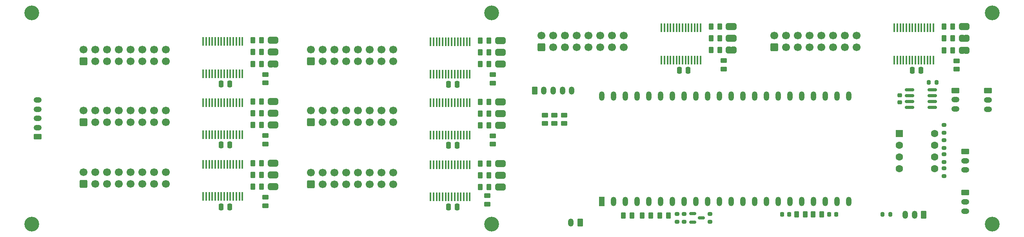
<source format=gbr>
%TF.GenerationSoftware,KiCad,Pcbnew,9.0.6*%
%TF.CreationDate,2026-01-12T10:46:39-05:00*%
%TF.ProjectId,OrganKeyswitchBreakout,4f726761-6e4b-4657-9973-776974636842,rev?*%
%TF.SameCoordinates,Original*%
%TF.FileFunction,Soldermask,Top*%
%TF.FilePolarity,Negative*%
%FSLAX46Y46*%
G04 Gerber Fmt 4.6, Leading zero omitted, Abs format (unit mm)*
G04 Created by KiCad (PCBNEW 9.0.6) date 2026-01-12 10:46:39*
%MOMM*%
%LPD*%
G01*
G04 APERTURE LIST*
G04 Aperture macros list*
%AMRoundRect*
0 Rectangle with rounded corners*
0 $1 Rounding radius*
0 $2 $3 $4 $5 $6 $7 $8 $9 X,Y pos of 4 corners*
0 Add a 4 corners polygon primitive as box body*
4,1,4,$2,$3,$4,$5,$6,$7,$8,$9,$2,$3,0*
0 Add four circle primitives for the rounded corners*
1,1,$1+$1,$2,$3*
1,1,$1+$1,$4,$5*
1,1,$1+$1,$6,$7*
1,1,$1+$1,$8,$9*
0 Add four rect primitives between the rounded corners*
20,1,$1+$1,$2,$3,$4,$5,0*
20,1,$1+$1,$4,$5,$6,$7,0*
20,1,$1+$1,$6,$7,$8,$9,0*
20,1,$1+$1,$8,$9,$2,$3,0*%
%AMFreePoly0*
4,1,23,0.500000,-0.750000,0.000000,-0.750000,0.000000,-0.745722,-0.065263,-0.745722,-0.191342,-0.711940,-0.304381,-0.646677,-0.396677,-0.554381,-0.461940,-0.441342,-0.495722,-0.315263,-0.495722,-0.250000,-0.500000,-0.250000,-0.500000,0.250000,-0.495722,0.250000,-0.495722,0.315263,-0.461940,0.441342,-0.396677,0.554381,-0.304381,0.646677,-0.191342,0.711940,-0.065263,0.745722,0.000000,0.745722,
0.000000,0.750000,0.500000,0.750000,0.500000,-0.750000,0.500000,-0.750000,$1*%
%AMFreePoly1*
4,1,23,0.000000,0.745722,0.065263,0.745722,0.191342,0.711940,0.304381,0.646677,0.396677,0.554381,0.461940,0.441342,0.495722,0.315263,0.495722,0.250000,0.500000,0.250000,0.500000,-0.250000,0.495722,-0.250000,0.495722,-0.315263,0.461940,-0.441342,0.396677,-0.554381,0.304381,-0.646677,0.191342,-0.711940,0.065263,-0.745722,0.000000,-0.745722,0.000000,-0.750000,-0.500000,-0.750000,
-0.500000,0.750000,0.000000,0.750000,0.000000,0.745722,0.000000,0.745722,$1*%
G04 Aperture macros list end*
%ADD10RoundRect,0.250000X0.450000X-0.262500X0.450000X0.262500X-0.450000X0.262500X-0.450000X-0.262500X0*%
%ADD11RoundRect,0.100000X0.100000X-0.850000X0.100000X0.850000X-0.100000X0.850000X-0.100000X-0.850000X0*%
%ADD12RoundRect,0.250000X-0.250000X-0.475000X0.250000X-0.475000X0.250000X0.475000X-0.250000X0.475000X0*%
%ADD13FreePoly0,180.000000*%
%ADD14FreePoly1,180.000000*%
%ADD15RoundRect,0.250000X0.262500X0.450000X-0.262500X0.450000X-0.262500X-0.450000X0.262500X-0.450000X0*%
%ADD16RoundRect,0.200000X-0.275000X0.200000X-0.275000X-0.200000X0.275000X-0.200000X0.275000X0.200000X0*%
%ADD17RoundRect,0.250000X-0.262500X-0.450000X0.262500X-0.450000X0.262500X0.450000X-0.262500X0.450000X0*%
%ADD18RoundRect,0.225000X0.250000X-0.225000X0.250000X0.225000X-0.250000X0.225000X-0.250000X-0.225000X0*%
%ADD19RoundRect,0.200000X0.200000X0.275000X-0.200000X0.275000X-0.200000X-0.275000X0.200000X-0.275000X0*%
%ADD20RoundRect,0.250000X0.600000X-0.600000X0.600000X0.600000X-0.600000X0.600000X-0.600000X-0.600000X0*%
%ADD21C,1.700000*%
%ADD22C,3.200000*%
%ADD23RoundRect,0.250000X0.350000X0.625000X-0.350000X0.625000X-0.350000X-0.625000X0.350000X-0.625000X0*%
%ADD24O,1.200000X1.750000*%
%ADD25RoundRect,0.200000X0.275000X-0.200000X0.275000X0.200000X-0.275000X0.200000X-0.275000X-0.200000X0*%
%ADD26RoundRect,0.218750X0.218750X0.256250X-0.218750X0.256250X-0.218750X-0.256250X0.218750X-0.256250X0*%
%ADD27RoundRect,0.250000X0.625000X-0.350000X0.625000X0.350000X-0.625000X0.350000X-0.625000X-0.350000X0*%
%ADD28O,1.750000X1.200000*%
%ADD29RoundRect,0.250000X-0.625000X0.350000X-0.625000X-0.350000X0.625000X-0.350000X0.625000X0.350000X0*%
%ADD30RoundRect,0.250000X-0.550000X-0.550000X0.550000X-0.550000X0.550000X0.550000X-0.550000X0.550000X0*%
%ADD31C,1.600000*%
%ADD32RoundRect,0.150000X-0.587500X-0.150000X0.587500X-0.150000X0.587500X0.150000X-0.587500X0.150000X0*%
%ADD33RoundRect,0.218750X-0.218750X-0.256250X0.218750X-0.256250X0.218750X0.256250X-0.218750X0.256250X0*%
%ADD34R,1.200000X2.000000*%
%ADD35O,1.200000X2.000000*%
%ADD36RoundRect,0.200000X-0.200000X-0.275000X0.200000X-0.275000X0.200000X0.275000X-0.200000X0.275000X0*%
%ADD37RoundRect,0.150000X-0.825000X-0.150000X0.825000X-0.150000X0.825000X0.150000X-0.825000X0.150000X0*%
%ADD38RoundRect,0.250000X-0.350000X-0.625000X0.350000X-0.625000X0.350000X0.625000X-0.350000X0.625000X0*%
G04 APERTURE END LIST*
%TO.C,JP15*%
G36*
X139046300Y-76651359D02*
G01*
X138746300Y-76651359D01*
X138746300Y-75151359D01*
X139046300Y-75151359D01*
X139046300Y-76651359D01*
G37*
%TO.C,JP12*%
G36*
X89936675Y-89961036D02*
G01*
X89636675Y-89961036D01*
X89636675Y-88461036D01*
X89936675Y-88461036D01*
X89936675Y-89961036D01*
G37*
%TO.C,JP6*%
G36*
X239195950Y-60362414D02*
G01*
X238895950Y-60362414D01*
X238895950Y-58862414D01*
X239195950Y-58862414D01*
X239195950Y-60362414D01*
G37*
%TO.C,JP5*%
G36*
X239195950Y-62916586D02*
G01*
X238895950Y-62916586D01*
X238895950Y-61416586D01*
X239195950Y-61416586D01*
X239195950Y-62916586D01*
G37*
%TO.C,JP21*%
G36*
X89936675Y-76594795D02*
G01*
X89636675Y-76594795D01*
X89636675Y-75094795D01*
X89936675Y-75094795D01*
X89936675Y-76594795D01*
G37*
%TO.C,JP18*%
G36*
X139046300Y-63364579D02*
G01*
X138746300Y-63364579D01*
X138746300Y-61864579D01*
X139046300Y-61864579D01*
X139046300Y-63364579D01*
G37*
%TO.C,JP23*%
G36*
X188897875Y-62898986D02*
G01*
X188597875Y-62898986D01*
X188597875Y-61398986D01*
X188897875Y-61398986D01*
X188897875Y-62898986D01*
G37*
%TO.C,JP2*%
G36*
X139046300Y-92610600D02*
G01*
X138746300Y-92610600D01*
X138746300Y-91110600D01*
X139046300Y-91110600D01*
X139046300Y-92610600D01*
G37*
%TO.C,JP11*%
G36*
X89936675Y-92508121D02*
G01*
X89636675Y-92508121D01*
X89636675Y-91008121D01*
X89936675Y-91008121D01*
X89936675Y-92508121D01*
G37*
%TO.C,JP16*%
G36*
X139046300Y-68487607D02*
G01*
X138746300Y-68487607D01*
X138746300Y-66987607D01*
X139046300Y-66987607D01*
X139046300Y-68487607D01*
G37*
%TO.C,JP3*%
G36*
X139046300Y-90070600D02*
G01*
X138746300Y-90070600D01*
X138746300Y-88570600D01*
X139046300Y-88570600D01*
X139046300Y-90070600D01*
G37*
%TO.C,JP14*%
G36*
X139046300Y-79194902D02*
G01*
X138746300Y-79194902D01*
X138746300Y-77694902D01*
X139046300Y-77694902D01*
X139046300Y-79194902D01*
G37*
%TO.C,JP24*%
G36*
X188897875Y-60341271D02*
G01*
X188597875Y-60341271D01*
X188597875Y-58841271D01*
X188897875Y-58841271D01*
X188897875Y-60341271D01*
G37*
%TO.C,JP1*%
G36*
X139046300Y-95150600D02*
G01*
X138746300Y-95150600D01*
X138746300Y-93650600D01*
X139046300Y-93650600D01*
X139046300Y-95150600D01*
G37*
%TO.C,JP8*%
G36*
X89936675Y-65868957D02*
G01*
X89636675Y-65868957D01*
X89636675Y-64368957D01*
X89936675Y-64368957D01*
X89936675Y-65868957D01*
G37*
%TO.C,JP13*%
G36*
X139046300Y-81738531D02*
G01*
X138746300Y-81738531D01*
X138746300Y-80238531D01*
X139046300Y-80238531D01*
X139046300Y-81738531D01*
G37*
%TO.C,JP20*%
G36*
X89936675Y-79145423D02*
G01*
X89636675Y-79145423D01*
X89636675Y-77645423D01*
X89936675Y-77645423D01*
X89936675Y-79145423D01*
G37*
%TO.C,JP4*%
G36*
X239195950Y-65471100D02*
G01*
X238895950Y-65471100D01*
X238895950Y-63971100D01*
X239195950Y-63971100D01*
X239195950Y-65471100D01*
G37*
%TO.C,JP9*%
G36*
X89936675Y-63304157D02*
G01*
X89636675Y-63304157D01*
X89636675Y-61804157D01*
X89936675Y-61804157D01*
X89936675Y-63304157D01*
G37*
%TO.C,JP10*%
G36*
X89936675Y-95055378D02*
G01*
X89636675Y-95055378D01*
X89636675Y-93555378D01*
X89936675Y-93555378D01*
X89936675Y-95055378D01*
G37*
%TO.C,JP22*%
G36*
X188897875Y-65457129D02*
G01*
X188597875Y-65457129D01*
X188597875Y-63957129D01*
X188897875Y-63957129D01*
X188897875Y-65457129D01*
G37*
%TO.C,JP7*%
G36*
X89936675Y-68434357D02*
G01*
X89636675Y-68434357D01*
X89636675Y-66934357D01*
X89936675Y-66934357D01*
X89936675Y-68434357D01*
G37*
%TO.C,JP17*%
G36*
X139046300Y-65925836D02*
G01*
X138746300Y-65925836D01*
X138746300Y-64425836D01*
X139046300Y-64425836D01*
X139046300Y-65925836D01*
G37*
%TO.C,JP19*%
G36*
X89936675Y-81696309D02*
G01*
X89636675Y-81696309D01*
X89636675Y-80196309D01*
X89936675Y-80196309D01*
X89936675Y-81696309D01*
G37*
%TD*%
D10*
%TO.C,R42*%
X150541000Y-80625000D03*
X150541000Y-78800000D03*
%TD*%
%TO.C,R41*%
X152700000Y-80625000D03*
X152700000Y-78800000D03*
%TD*%
%TO.C,R40*%
X148509000Y-80625000D03*
X148509000Y-78800000D03*
%TD*%
D11*
%TO.C,U7*%
X123835050Y-83118931D03*
X124485050Y-83118931D03*
X125135050Y-83118931D03*
X125785050Y-83118931D03*
X126435050Y-83118931D03*
X127085050Y-83118931D03*
X127735050Y-83118931D03*
X128385050Y-83118931D03*
X129035050Y-83118931D03*
X129685050Y-83118931D03*
X130335050Y-83118931D03*
X130985050Y-83118931D03*
X131635050Y-83118931D03*
X132285050Y-83118931D03*
X132285050Y-76118931D03*
X131635050Y-76118931D03*
X130985050Y-76118931D03*
X130335050Y-76118931D03*
X129685050Y-76118931D03*
X129035050Y-76118931D03*
X128385050Y-76118931D03*
X127735050Y-76118931D03*
X127085050Y-76118931D03*
X126435050Y-76118931D03*
X125785050Y-76118931D03*
X125135050Y-76118931D03*
X124485050Y-76118931D03*
X123835050Y-76118931D03*
%TD*%
D12*
%TO.C,CD_U6*%
X127682800Y-85347645D03*
X129582800Y-85347645D03*
%TD*%
D13*
%TO.C,JP15*%
X139546300Y-75901359D03*
D14*
X138246300Y-75901359D03*
%TD*%
D12*
%TO.C,CD_U3*%
X227832450Y-69085557D03*
X229732450Y-69085557D03*
%TD*%
D10*
%TO.C,R36*%
X187120375Y-68819486D03*
X187120375Y-66994486D03*
%TD*%
D15*
%TO.C,R13*%
X236552950Y-64721100D03*
X234727950Y-64721100D03*
%TD*%
D11*
%TO.C,U4*%
X223984700Y-66863200D03*
X224634700Y-66863200D03*
X225284700Y-66863200D03*
X225934700Y-66863200D03*
X226584700Y-66863200D03*
X227234700Y-66863200D03*
X227884700Y-66863200D03*
X228534700Y-66863200D03*
X229184700Y-66863200D03*
X229834700Y-66863200D03*
X230484700Y-66863200D03*
X231134700Y-66863200D03*
X231784700Y-66863200D03*
X232434700Y-66863200D03*
X232434700Y-59863200D03*
X231784700Y-59863200D03*
X231134700Y-59863200D03*
X230484700Y-59863200D03*
X229834700Y-59863200D03*
X229184700Y-59863200D03*
X228534700Y-59863200D03*
X227884700Y-59863200D03*
X227234700Y-59863200D03*
X226584700Y-59863200D03*
X225934700Y-59863200D03*
X225284700Y-59863200D03*
X224634700Y-59863200D03*
X223984700Y-59863200D03*
%TD*%
D16*
%TO.C,RP_DIP3*%
X234691000Y-87300500D03*
X234691000Y-88950500D03*
%TD*%
D12*
%TO.C,CD_U4*%
X78573175Y-72054157D03*
X80473175Y-72054157D03*
%TD*%
D17*
%TO.C,RLED2*%
X206455000Y-100330000D03*
X208280000Y-100330000D03*
%TD*%
D13*
%TO.C,JP12*%
X90436675Y-89211036D03*
D14*
X89136675Y-89211036D03*
%TD*%
D18*
%TO.C,CD_U2*%
X225163000Y-76010000D03*
X225163000Y-74460000D03*
%TD*%
D16*
%TO.C,RP_DIP4*%
X234691000Y-90348500D03*
X234691000Y-91998500D03*
%TD*%
D10*
%TO.C,R1*%
X136100000Y-98112500D03*
X136100000Y-96287500D03*
%TD*%
D19*
%TO.C,RS1*%
X233100000Y-71679000D03*
X231450000Y-71679000D03*
%TD*%
D20*
%TO.C,J12*%
X97940000Y-67140007D03*
D21*
X97940000Y-64600007D03*
X100480000Y-67140007D03*
X100480000Y-64600007D03*
X103020000Y-67140007D03*
X103020000Y-64600007D03*
X105560000Y-67140007D03*
X105560000Y-64600007D03*
X108100000Y-67140007D03*
X108100000Y-64600007D03*
X110640000Y-67140007D03*
X110640000Y-64600007D03*
X113180000Y-67140007D03*
X113180000Y-64600007D03*
X115720000Y-67140007D03*
X115720000Y-64600007D03*
%TD*%
D22*
%TO.C,H5*%
X245100000Y-56600000D03*
%TD*%
D15*
%TO.C,RLED1*%
X204724000Y-100330000D03*
X202899000Y-100330000D03*
%TD*%
D10*
%TO.C,R28*%
X137268800Y-71850236D03*
X137268800Y-70025236D03*
%TD*%
D12*
%TO.C,CD_U7*%
X127682800Y-72122293D03*
X129582800Y-72122293D03*
%TD*%
D22*
%TO.C,H2*%
X37700000Y-102400000D03*
%TD*%
D23*
%TO.C,J4*%
X230346000Y-100372000D03*
D24*
X228346000Y-100372000D03*
X226346000Y-100372000D03*
%TD*%
D13*
%TO.C,JP6*%
X239695950Y-59612414D03*
D14*
X238395950Y-59612414D03*
%TD*%
D13*
%TO.C,JP5*%
X239695950Y-62166586D03*
D14*
X238395950Y-62166586D03*
%TD*%
D25*
%TO.C,R9*%
X184150000Y-101917000D03*
X184150000Y-100267000D03*
%TD*%
D15*
%TO.C,R25*%
X136403300Y-80988531D03*
X134578300Y-80988531D03*
%TD*%
D26*
%TO.C,D3*%
X211457000Y-100330000D03*
X209882000Y-100330000D03*
%TD*%
D10*
%TO.C,R16*%
X88159175Y-71797257D03*
X88159175Y-69972257D03*
%TD*%
D15*
%TO.C,R38*%
X186254875Y-62148986D03*
X184429875Y-62148986D03*
%TD*%
D10*
%TO.C,R32*%
X88159175Y-85058123D03*
X88159175Y-83233123D03*
%TD*%
D13*
%TO.C,JP21*%
X90436675Y-75844795D03*
D14*
X89136675Y-75844795D03*
%TD*%
D13*
%TO.C,JP18*%
X139546300Y-62614579D03*
D14*
X138246300Y-62614579D03*
%TD*%
D15*
%TO.C,R14*%
X236552950Y-62166586D03*
X234727950Y-62166586D03*
%TD*%
D13*
%TO.C,JP23*%
X189397875Y-62148986D03*
D14*
X188097875Y-62148986D03*
%TD*%
D16*
%TO.C,RP_DIP1*%
X234691000Y-80950500D03*
X234691000Y-82600500D03*
%TD*%
D27*
%TO.C,J2*%
X38950000Y-83500000D03*
D28*
X38950000Y-81500000D03*
X38950000Y-79500000D03*
X38950000Y-77500000D03*
X38950000Y-75500000D03*
%TD*%
D15*
%TO.C,R15*%
X236552950Y-59612414D03*
X234727950Y-59612414D03*
%TD*%
%TO.C,R26*%
X136403300Y-78444902D03*
X134578300Y-78444902D03*
%TD*%
D13*
%TO.C,JP2*%
X139546300Y-91860600D03*
D14*
X138246300Y-91860600D03*
%TD*%
D13*
%TO.C,JP11*%
X90436675Y-91758121D03*
D14*
X89136675Y-91758121D03*
%TD*%
D16*
%TO.C,R7*%
X177038000Y-100267000D03*
X177038000Y-101917000D03*
%TD*%
D13*
%TO.C,JP16*%
X139546300Y-67737607D03*
D14*
X138246300Y-67737607D03*
%TD*%
D29*
%TO.C,J15*%
X244200000Y-73500000D03*
D28*
X244200000Y-75500000D03*
X244200000Y-77500000D03*
%TD*%
D17*
%TO.C,R11*%
X173331500Y-100584000D03*
X175156500Y-100584000D03*
%TD*%
D13*
%TO.C,JP3*%
X139546300Y-89320600D03*
D14*
X138246300Y-89320600D03*
%TD*%
D20*
%TO.C,J9*%
X48830375Y-67090657D03*
D21*
X48830375Y-64550657D03*
X51370375Y-67090657D03*
X51370375Y-64550657D03*
X53910375Y-67090657D03*
X53910375Y-64550657D03*
X56450375Y-67090657D03*
X56450375Y-64550657D03*
X58990375Y-67090657D03*
X58990375Y-64550657D03*
X61530375Y-67090657D03*
X61530375Y-64550657D03*
X64070375Y-67090657D03*
X64070375Y-64550657D03*
X66610375Y-67090657D03*
X66610375Y-64550657D03*
%TD*%
D11*
%TO.C,U10*%
X173686625Y-66853129D03*
X174336625Y-66853129D03*
X174986625Y-66853129D03*
X175636625Y-66853129D03*
X176286625Y-66853129D03*
X176936625Y-66853129D03*
X177586625Y-66853129D03*
X178236625Y-66853129D03*
X178886625Y-66853129D03*
X179536625Y-66853129D03*
X180186625Y-66853129D03*
X180836625Y-66853129D03*
X181486625Y-66853129D03*
X182136625Y-66853129D03*
X182136625Y-59853129D03*
X181486625Y-59853129D03*
X180836625Y-59853129D03*
X180186625Y-59853129D03*
X179536625Y-59853129D03*
X178886625Y-59853129D03*
X178236625Y-59853129D03*
X177586625Y-59853129D03*
X176936625Y-59853129D03*
X176286625Y-59853129D03*
X175636625Y-59853129D03*
X174986625Y-59853129D03*
X174336625Y-59853129D03*
X173686625Y-59853129D03*
%TD*%
%TO.C,U6*%
X74725425Y-96439678D03*
X75375425Y-96439678D03*
X76025425Y-96439678D03*
X76675425Y-96439678D03*
X77325425Y-96439678D03*
X77975425Y-96439678D03*
X78625425Y-96439678D03*
X79275425Y-96439678D03*
X79925425Y-96439678D03*
X80575425Y-96439678D03*
X81225425Y-96439678D03*
X81875425Y-96439678D03*
X82525425Y-96439678D03*
X83175425Y-96439678D03*
X83175425Y-89439678D03*
X82525425Y-89439678D03*
X81875425Y-89439678D03*
X81225425Y-89439678D03*
X80575425Y-89439678D03*
X79925425Y-89439678D03*
X79275425Y-89439678D03*
X78625425Y-89439678D03*
X77975425Y-89439678D03*
X77325425Y-89439678D03*
X76675425Y-89439678D03*
X76025425Y-89439678D03*
X75375425Y-89439678D03*
X74725425Y-89439678D03*
%TD*%
%TO.C,U5*%
X74725425Y-69838157D03*
X75375425Y-69838157D03*
X76025425Y-69838157D03*
X76675425Y-69838157D03*
X77325425Y-69838157D03*
X77975425Y-69838157D03*
X78625425Y-69838157D03*
X79275425Y-69838157D03*
X79925425Y-69838157D03*
X80575425Y-69838157D03*
X81225425Y-69838157D03*
X81875425Y-69838157D03*
X82525425Y-69838157D03*
X83175425Y-69838157D03*
X83175425Y-62838157D03*
X82525425Y-62838157D03*
X81875425Y-62838157D03*
X81225425Y-62838157D03*
X80575425Y-62838157D03*
X79925425Y-62838157D03*
X79275425Y-62838157D03*
X78625425Y-62838157D03*
X77975425Y-62838157D03*
X77325425Y-62838157D03*
X76675425Y-62838157D03*
X76025425Y-62838157D03*
X75375425Y-62838157D03*
X74725425Y-62838157D03*
%TD*%
D15*
%TO.C,R39*%
X186254875Y-59591271D03*
X184429875Y-59591271D03*
%TD*%
%TO.C,R19*%
X87293675Y-62554157D03*
X85468675Y-62554157D03*
%TD*%
D23*
%TO.C,J7*%
X156100000Y-102100000D03*
D24*
X154100000Y-102100000D03*
%TD*%
D15*
%TO.C,R18*%
X87293675Y-65118957D03*
X85468675Y-65118957D03*
%TD*%
D13*
%TO.C,JP14*%
X139546300Y-78444902D03*
D14*
X138246300Y-78444902D03*
%TD*%
D30*
%TO.C,SW1*%
X225044000Y-82804000D03*
D31*
X225044000Y-85344000D03*
X225044000Y-87884000D03*
X225044000Y-90424000D03*
X232664000Y-90424000D03*
X232664000Y-87884000D03*
X232664000Y-85344000D03*
X232664000Y-82804000D03*
%TD*%
D15*
%TO.C,R22*%
X87293675Y-91758121D03*
X85468675Y-91758121D03*
%TD*%
D13*
%TO.C,JP24*%
X189397875Y-59591271D03*
D14*
X188097875Y-59591271D03*
%TD*%
D12*
%TO.C,CD_U9*%
X177534375Y-69106700D03*
X179434375Y-69106700D03*
%TD*%
D32*
%TO.C,Q1*%
X180418500Y-100142000D03*
X180418500Y-102042000D03*
X182293500Y-101092000D03*
%TD*%
D15*
%TO.C,R29*%
X136403300Y-67737607D03*
X134578300Y-67737607D03*
%TD*%
%TO.C,R6*%
X171346500Y-100584000D03*
X169521500Y-100584000D03*
%TD*%
D13*
%TO.C,JP1*%
X139546300Y-94400600D03*
D14*
X138246300Y-94400600D03*
%TD*%
D13*
%TO.C,JP8*%
X90436675Y-65118957D03*
D14*
X89136675Y-65118957D03*
%TD*%
D13*
%TO.C,JP13*%
X139546300Y-80988531D03*
D14*
X138246300Y-80988531D03*
%TD*%
D33*
%TO.C,D2*%
X199722000Y-100330000D03*
X201297000Y-100330000D03*
%TD*%
D15*
%TO.C,R31*%
X136403300Y-62614579D03*
X134578300Y-62614579D03*
%TD*%
D12*
%TO.C,CD_U5*%
X78573175Y-98699607D03*
X80473175Y-98699607D03*
%TD*%
D15*
%TO.C,R2*%
X136403300Y-94400600D03*
X134578300Y-94400600D03*
%TD*%
D22*
%TO.C,H4*%
X137000000Y-102400000D03*
%TD*%
D29*
%TO.C,J6*%
X239300000Y-95600000D03*
D28*
X239300000Y-97600000D03*
X239300000Y-99600000D03*
%TD*%
D29*
%TO.C,J5*%
X239300000Y-86700000D03*
D28*
X239300000Y-88700000D03*
X239300000Y-90700000D03*
%TD*%
D10*
%TO.C,R24*%
X137268800Y-85099802D03*
X137268800Y-83274802D03*
%TD*%
D13*
%TO.C,JP20*%
X90436675Y-78395423D03*
D14*
X89136675Y-78395423D03*
%TD*%
D15*
%TO.C,R3*%
X136403300Y-91860600D03*
X134578300Y-91860600D03*
%TD*%
D25*
%TO.C,R8*%
X178562000Y-101917000D03*
X178562000Y-100267000D03*
%TD*%
D29*
%TO.C,J3*%
X237143000Y-73457000D03*
D28*
X237143000Y-75457000D03*
X237143000Y-77457000D03*
%TD*%
D20*
%TO.C,J8*%
X198089650Y-64115700D03*
D21*
X198089650Y-61575700D03*
X200629650Y-64115700D03*
X200629650Y-61575700D03*
X203169650Y-64115700D03*
X203169650Y-61575700D03*
X205709650Y-64115700D03*
X205709650Y-61575700D03*
X208249650Y-64115700D03*
X208249650Y-61575700D03*
X210789650Y-64115700D03*
X210789650Y-61575700D03*
X213329650Y-64115700D03*
X213329650Y-61575700D03*
X215869650Y-64115700D03*
X215869650Y-61575700D03*
%TD*%
D22*
%TO.C,H3*%
X137000000Y-56600000D03*
%TD*%
D16*
%TO.C,RP_DIP2*%
X234691000Y-84252500D03*
X234691000Y-85902500D03*
%TD*%
D34*
%TO.C,U2*%
X160829920Y-97536000D03*
D35*
X163369920Y-97536000D03*
X165909920Y-97536000D03*
X168449920Y-97536000D03*
X170989920Y-97536000D03*
X173529920Y-97536000D03*
X176069920Y-97536000D03*
X178609920Y-97536000D03*
X181149920Y-97536000D03*
X183689920Y-97536000D03*
X186229920Y-97536000D03*
X188769920Y-97536000D03*
X191309920Y-97536000D03*
X193849920Y-97536000D03*
X196389920Y-97536000D03*
X198929920Y-97536000D03*
X201469920Y-97536000D03*
X204009920Y-97536000D03*
X206549920Y-97536000D03*
X209087200Y-97539680D03*
X211627200Y-97539680D03*
X214167200Y-97539680D03*
X214169920Y-74676000D03*
X211629920Y-74676000D03*
X209089920Y-74676000D03*
X206549920Y-74676000D03*
X204009920Y-74676000D03*
X201469920Y-74676000D03*
X198929920Y-74676000D03*
X196389920Y-74676000D03*
X193849920Y-74676000D03*
X191309920Y-74676000D03*
X188769920Y-74676000D03*
X186229920Y-74676000D03*
X183689920Y-74676000D03*
X181149920Y-74676000D03*
X178609920Y-74676000D03*
X176069920Y-74676000D03*
X173529920Y-74676000D03*
X170989920Y-74676000D03*
X168449920Y-74676000D03*
X165909920Y-74676000D03*
X163369920Y-74676000D03*
X160829920Y-74676000D03*
%TD*%
D15*
%TO.C,R35*%
X87293675Y-75844795D03*
X85468675Y-75844795D03*
%TD*%
D13*
%TO.C,JP4*%
X239695950Y-64721100D03*
D14*
X238395950Y-64721100D03*
%TD*%
D15*
%TO.C,R33*%
X87293675Y-80946309D03*
X85468675Y-80946309D03*
%TD*%
D13*
%TO.C,JP9*%
X90436675Y-62554157D03*
D14*
X89136675Y-62554157D03*
%TD*%
D15*
%TO.C,R27*%
X136403300Y-75901359D03*
X134578300Y-75901359D03*
%TD*%
%TO.C,R30*%
X136403300Y-65175836D03*
X134578300Y-65175836D03*
%TD*%
D13*
%TO.C,JP10*%
X90436675Y-94305378D03*
D14*
X89136675Y-94305378D03*
%TD*%
D22*
%TO.C,H6*%
X245100000Y-102400000D03*
%TD*%
D10*
%TO.C,R20*%
X88159175Y-98416921D03*
X88159175Y-96591921D03*
%TD*%
D36*
%TO.C,R10*%
X221425000Y-100330000D03*
X223075000Y-100330000D03*
%TD*%
D13*
%TO.C,JP22*%
X189397875Y-64707129D03*
D14*
X188097875Y-64707129D03*
%TD*%
D11*
%TO.C,U1*%
X123835050Y-96527100D03*
X124485050Y-96527100D03*
X125135050Y-96527100D03*
X125785050Y-96527100D03*
X126435050Y-96527100D03*
X127085050Y-96527100D03*
X127735050Y-96527100D03*
X128385050Y-96527100D03*
X129035050Y-96527100D03*
X129685050Y-96527100D03*
X130335050Y-96527100D03*
X130985050Y-96527100D03*
X131635050Y-96527100D03*
X132285050Y-96527100D03*
X132285050Y-89527100D03*
X131635050Y-89527100D03*
X130985050Y-89527100D03*
X130335050Y-89527100D03*
X129685050Y-89527100D03*
X129035050Y-89527100D03*
X128385050Y-89527100D03*
X127735050Y-89527100D03*
X127085050Y-89527100D03*
X126435050Y-89527100D03*
X125785050Y-89527100D03*
X125135050Y-89527100D03*
X124485050Y-89527100D03*
X123835050Y-89527100D03*
%TD*%
D15*
%TO.C,R37*%
X186254875Y-64707129D03*
X184429875Y-64707129D03*
%TD*%
%TO.C,R23*%
X87293675Y-89211036D03*
X85468675Y-89211036D03*
%TD*%
D12*
%TO.C,CD_U8*%
X78573175Y-85275652D03*
X80473175Y-85275652D03*
%TD*%
D15*
%TO.C,R4*%
X136403300Y-89320600D03*
X134578300Y-89320600D03*
%TD*%
D37*
%TO.C,U3*%
X227260000Y-73330000D03*
X227260000Y-74600000D03*
X227260000Y-75870000D03*
X227260000Y-77140000D03*
X232210000Y-77140000D03*
X232210000Y-75870000D03*
X232210000Y-74600000D03*
X232210000Y-73330000D03*
%TD*%
D13*
%TO.C,JP7*%
X90436675Y-67684357D03*
D14*
X89136675Y-67684357D03*
%TD*%
D15*
%TO.C,R17*%
X87293675Y-67684357D03*
X85468675Y-67684357D03*
%TD*%
D20*
%TO.C,J10*%
X48830375Y-93692178D03*
D21*
X48830375Y-91152178D03*
X51370375Y-93692178D03*
X51370375Y-91152178D03*
X53910375Y-93692178D03*
X53910375Y-91152178D03*
X56450375Y-93692178D03*
X56450375Y-91152178D03*
X58990375Y-93692178D03*
X58990375Y-91152178D03*
X61530375Y-93692178D03*
X61530375Y-91152178D03*
X64070375Y-93692178D03*
X64070375Y-91152178D03*
X66610375Y-93692178D03*
X66610375Y-91152178D03*
%TD*%
D10*
%TO.C,R12*%
X237418450Y-68833186D03*
X237418450Y-67008186D03*
%TD*%
D17*
%TO.C,R5*%
X165457500Y-100584000D03*
X167282500Y-100584000D03*
%TD*%
D20*
%TO.C,J14*%
X147791575Y-64105629D03*
D21*
X147791575Y-61565629D03*
X150331575Y-64105629D03*
X150331575Y-61565629D03*
X152871575Y-64105629D03*
X152871575Y-61565629D03*
X155411575Y-64105629D03*
X155411575Y-61565629D03*
X157951575Y-64105629D03*
X157951575Y-61565629D03*
X160491575Y-64105629D03*
X160491575Y-61565629D03*
X163031575Y-64105629D03*
X163031575Y-61565629D03*
X165571575Y-64105629D03*
X165571575Y-61565629D03*
%TD*%
D13*
%TO.C,JP17*%
X139546300Y-65175836D03*
D14*
X138246300Y-65175836D03*
%TD*%
D20*
%TO.C,J1*%
X97940000Y-93779600D03*
D21*
X97940000Y-91239600D03*
X100480000Y-93779600D03*
X100480000Y-91239600D03*
X103020000Y-93779600D03*
X103020000Y-91239600D03*
X105560000Y-93779600D03*
X105560000Y-91239600D03*
X108100000Y-93779600D03*
X108100000Y-91239600D03*
X110640000Y-93779600D03*
X110640000Y-91239600D03*
X113180000Y-93779600D03*
X113180000Y-91239600D03*
X115720000Y-93779600D03*
X115720000Y-91239600D03*
%TD*%
D15*
%TO.C,R21*%
X87293675Y-94305378D03*
X85468675Y-94305378D03*
%TD*%
D20*
%TO.C,J11*%
X97940000Y-80371431D03*
D21*
X97940000Y-77831431D03*
X100480000Y-80371431D03*
X100480000Y-77831431D03*
X103020000Y-80371431D03*
X103020000Y-77831431D03*
X105560000Y-80371431D03*
X105560000Y-77831431D03*
X108100000Y-80371431D03*
X108100000Y-77831431D03*
X110640000Y-80371431D03*
X110640000Y-77831431D03*
X113180000Y-80371431D03*
X113180000Y-77831431D03*
X115720000Y-80371431D03*
X115720000Y-77831431D03*
%TD*%
D13*
%TO.C,JP19*%
X90436675Y-80946309D03*
D14*
X89136675Y-80946309D03*
%TD*%
D15*
%TO.C,R34*%
X87293675Y-78395423D03*
X85468675Y-78395423D03*
%TD*%
D20*
%TO.C,J13*%
X48830375Y-80337009D03*
D21*
X48830375Y-77797009D03*
X51370375Y-80337009D03*
X51370375Y-77797009D03*
X53910375Y-80337009D03*
X53910375Y-77797009D03*
X56450375Y-80337009D03*
X56450375Y-77797009D03*
X58990375Y-80337009D03*
X58990375Y-77797009D03*
X61530375Y-80337009D03*
X61530375Y-77797009D03*
X64070375Y-80337009D03*
X64070375Y-77797009D03*
X66610375Y-80337009D03*
X66610375Y-77797009D03*
%TD*%
D12*
%TO.C,CD_U1*%
X127682800Y-98718600D03*
X129582800Y-98718600D03*
%TD*%
D22*
%TO.C,H1*%
X37700000Y-56600000D03*
%TD*%
D11*
%TO.C,U9*%
X74725425Y-83084509D03*
X75375425Y-83084509D03*
X76025425Y-83084509D03*
X76675425Y-83084509D03*
X77325425Y-83084509D03*
X77975425Y-83084509D03*
X78625425Y-83084509D03*
X79275425Y-83084509D03*
X79925425Y-83084509D03*
X80575425Y-83084509D03*
X81225425Y-83084509D03*
X81875425Y-83084509D03*
X82525425Y-83084509D03*
X83175425Y-83084509D03*
X83175425Y-76084509D03*
X82525425Y-76084509D03*
X81875425Y-76084509D03*
X81225425Y-76084509D03*
X80575425Y-76084509D03*
X79925425Y-76084509D03*
X79275425Y-76084509D03*
X78625425Y-76084509D03*
X77975425Y-76084509D03*
X77325425Y-76084509D03*
X76675425Y-76084509D03*
X76025425Y-76084509D03*
X75375425Y-76084509D03*
X74725425Y-76084509D03*
%TD*%
%TO.C,U8*%
X123835050Y-69887507D03*
X124485050Y-69887507D03*
X125135050Y-69887507D03*
X125785050Y-69887507D03*
X126435050Y-69887507D03*
X127085050Y-69887507D03*
X127735050Y-69887507D03*
X128385050Y-69887507D03*
X129035050Y-69887507D03*
X129685050Y-69887507D03*
X130335050Y-69887507D03*
X130985050Y-69887507D03*
X131635050Y-69887507D03*
X132285050Y-69887507D03*
X132285050Y-62887507D03*
X131635050Y-62887507D03*
X130985050Y-62887507D03*
X130335050Y-62887507D03*
X129685050Y-62887507D03*
X129035050Y-62887507D03*
X128385050Y-62887507D03*
X127735050Y-62887507D03*
X127085050Y-62887507D03*
X126435050Y-62887507D03*
X125785050Y-62887507D03*
X125135050Y-62887507D03*
X124485050Y-62887507D03*
X123835050Y-62887507D03*
%TD*%
D38*
%TO.C,J16*%
X146300000Y-73450000D03*
D24*
X148300000Y-73450000D03*
X150300000Y-73450000D03*
X152300000Y-73450000D03*
X154300000Y-73450000D03*
%TD*%
M02*

</source>
